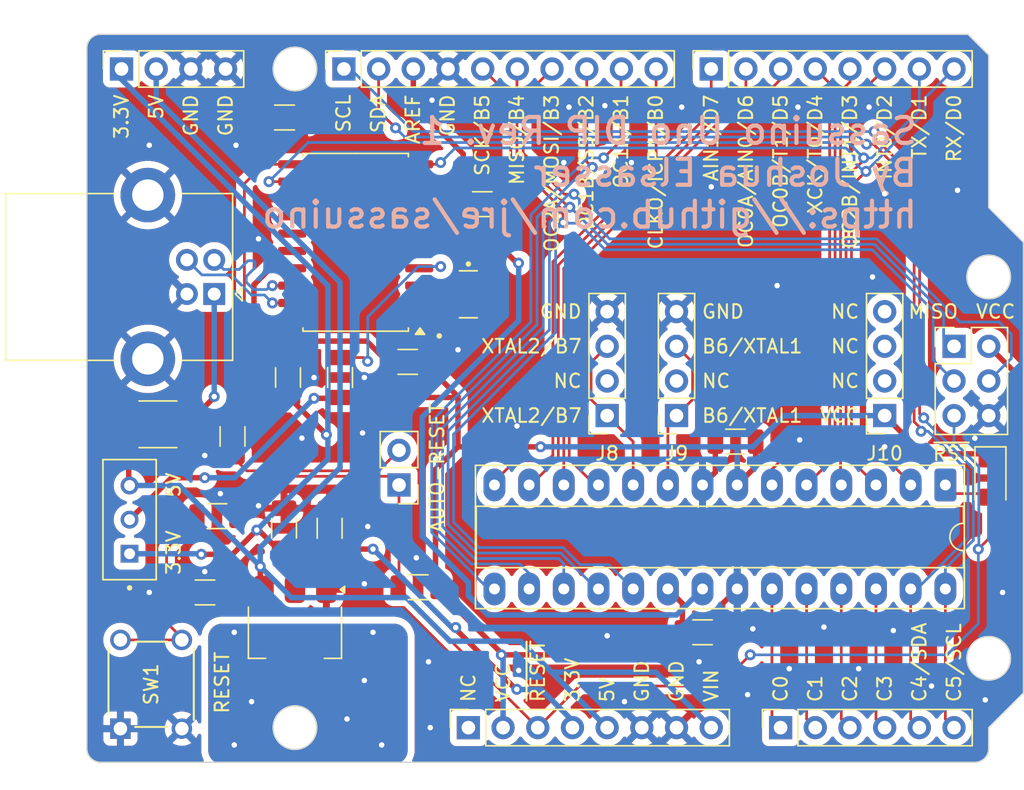
<source format=kicad_pcb>
(kicad_pcb (version 20241229) (generator "pcbnew") (generator_version "9.0")
  (title_block (title "Sassuino Uno DIP") (date "2025-05-13") (rev "1") (company "Joshua Elsasser") (comment 1 "https://github.com/jre/sassuino"))
  (layers (0 "F.Cu" signal) (2 "B.Cu" signal) (13 "F.Paste" user) (15 "B.Paste" user) (5 "F.SilkS" user "F.Silkscreen") (7 "B.SilkS" user "B.Silkscreen") (1 "F.Mask" user) (3 "B.Mask" user) (25 "Edge.Cuts" user))
  (net 0 "")
  (net 1 "+5V")
  (net 2 "GND")
  (net 3 "+3.3V")
  (net 4 "/D-")
  (net 5 "/PB4{slash}MISO")
  (net 6 "/PB5{slash}SCK")
  (net 7 "/PB3{slash}MOSI")
  (net 8 "/~{RESET}")
  (net 9 "Net-(JP2-B)")
  (net 10 "/PC0")
  (net 11 "/PC1")
  (net 12 "/PC2")
  (net 13 "/PC3")
  (net 14 "/PC4{slash}SDA")
  (net 15 "/PC5{slash}SCL")
  (net 16 "/AREF")
  (net 17 "/PB2")
  (net 18 "/PB1")
  (net 19 "/PB0")
  (net 20 "/PD7")
  (net 21 "/PD6")
  (net 22 "/PD5")
  (net 23 "/PD4")
  (net 24 "/PD3")
  (net 25 "/PD2")
  (net 26 "/PD1{slash}TXD")
  (net 27 "/PD0{slash}RXD")
  (net 28 "VCC")
  (net 35 "/D+")
  (net 36 "/PB7{slash}OSC2")
  (net 37 "/PB6{slash}OSC1")
  (net 42 "/~{RTS}")
  (net 43 "/~{RST}")
  (net 48 "/XTL1")
  (net 49 "/XTL2")
  (net 50 "/RESET_SW")
  (net 51 "/VBUS")
  (footprint "0SassuinoFP:PinSocket_1x04_P2.54mm_Vertical_LowProfile" (layer "F.Cu") (at 88.9 129.54 180)
    (property "Reference" "J8")
    (property "Value" "XTAL2_HDR")
  )
  (footprint "Diode_SMD:D_1206_3216Metric" (layer "F.Cu") (at 116.967 134.112 -90)
    (property "Reference" "D2" (hide yes))
    (property "Value" "TS4148 RAG")
  )
  (footprint "Connector_PinSocket_2.54mm:PinSocket_1x08_P2.54mm_Vertical" (layer "F.Cu") (at 78.74 152.4 90)
    (property "Reference" "J4" (hide yes))
    (property "Value" "POWER_HDR")
  )
  (footprint "Package_DIP:DIP-28_W7.62mm_Socket_LongPads" (layer "F.Cu") (at 113.665 134.62 -90)
    (property "Reference" "U1" (hide yes))
    (property "Value" "ATmega328-P")
  )
  (footprint "Connector_PinSocket_2.54mm:PinSocket_1x06_P2.54mm_Vertical" (layer "F.Cu") (at 101.6 152.4 90)
    (property "Reference" "J5" (hide yes))
    (property "Value" "PORTC_HDR")
  )
  (footprint "Capacitor_SMD:C_1206_3216Metric" (layer "F.Cu") (at 65.24 137.795 90)
    (property "Reference" "C6" (hide yes))
    (property "Value" "10uF")
  )
  (footprint "Resistor_SMD:R_1206_3216Metric" (layer "F.Cu") (at 69.342 126.746 90)
    (property "Reference" "R3" (hide yes))
    (property "Value" "10K")
  )
  (footprint "Capacitor_SMD:C_1206_3216Metric" (layer "F.Cu") (at 98.298 131.445)
    (property "Reference" "C7" (hide yes))
    (property "Value" "0.1uF")
  )
  (footprint "Resistor_SMD:R_1206_3216Metric" (layer "F.Cu") (at 60.325 136.906 180)
    (property "Reference" "R5" (hide yes))
    (property "Value" "330R")
  )
  (footprint "Connector_PinSocket_2.54mm:PinSocket_1x08_P2.54mm_Vertical" (layer "F.Cu") (at 96.52 104.14 90)
    (property "Reference" "J7" (hide yes))
    (property "Value" "PORTD_HDR")
  )
  (footprint "Connector_PinHeader_2.54mm:PinHeader_2x03_P2.54mm_Vertical" (layer "F.Cu") (at 114.3 124.46)
    (property "Reference" "J3" (hide yes))
    (property "Value" "ICSP_HDR")
  )
  (footprint "Connector_PinSocket_2.54mm:PinSocket_1x10_P2.54mm_Vertical" (layer "F.Cu") (at 69.626 104.14 90)
    (property "Reference" "J6" (hide yes))
    (property "Value" "PORTB_HDR")
  )
  (footprint "0SassuinoFP:SW4_1825910-B_TEC" (layer "F.Cu") (at 57.7596 145.975 90)
    (property "Reference" "SW1")
    (property "Value" "RESET_SW")
  )
  (footprint "Capacitor_SMD:C_1206_3216Metric" (layer "F.Cu") (at 59.455 142.494 180)
    (property "Reference" "C5" (hide yes))
    (property "Value" "0.1uF")
  )
  (footprint "0SassuinoFP:PinSocket_1x04_P2.54mm_Vertical_LowProfile" (layer "F.Cu") (at 93.98 129.54 180)
    (property "Reference" "J9")
    (property "Value" "XTAL1_HDR")
  )
  (footprint "0SassuinoFP:PinSocket_1x04_P2.54mm_Vertical_LowProfile" (layer "F.Cu") (at 109.22 129.54 180)
    (property "Reference" "J10")
    (property "Value" "OSCPWR_HDR")
  )
  (footprint "Resistor_SMD:R_1206_3216Metric" (layer "F.Cu") (at 75.057 142.113 180)
    (property "Reference" "R1" (hide yes))
    (property "Value" "10K")
  )
  (footprint "Connector_USB:USB_B_Lumberg_2411_02_Horizontal" (layer "F.Cu") (at 60.1275 120.63 180)
    (property "Reference" "J1" (hide yes))
    (property "Value" "USB_B")
  )
  (footprint "Capacitor_SMD:C_1206_3216Metric" (layer "F.Cu") (at 61.468 131.064 90)
    (property "Reference" "C4" (hide yes))
    (property "Value" "0.1uF")
  )
  (footprint "Fuse:Fuse_1812_4532Metric" (layer "F.Cu") (at 56.007 130.175)
    (property "Reference" "F1" (hide yes))
    (property "Value" "PTS181216V050")
  )
  (footprint "0SassuinoFP:SW_SLW-883935-2A-D" (layer "F.Cu") (at 53.93 137.16 90)
    (property "Reference" "SW2" (hide yes))
    (property "Value" "5V_33V_SW")
  )
  (footprint "Capacitor_SMD:C_1206_3216Metric" (layer "F.Cu") (at 95.885 145.415)
    (property "Reference" "C8" (hide yes))
    (property "Value" "0.1uF")
  )
  (footprint "Capacitor_SMD:C_1206_3216Metric" (layer "F.Cu") (at 65.532 126.746 90)
    (property "Reference" "C3" (hide yes))
    (property "Value" "1uF")
  )
  (footprint "Connector_PinSocket_2.54mm:PinSocket_1x04_P2.54mm_Vertical" (layer "F.Cu") (at 53.34 104.14 90)
    (property "Reference" "J2" (hide yes))
    (property "Value" "POWER2_HDR")
  )
  (footprint "Resistor_SMD:R_1206_3216Metric" (layer "F.Cu") (at 65.278 107.696)
    (property "Reference" "R4" (hide yes))
    (property "Value" "1K")
  )
  (footprint "Resistor_SMD:R_1206_3216Metric" (layer "F.Cu") (at 68.58 137.795 90)
    (property "Reference" "R2" (hide yes))
    (property "Value" "120R")
  )
  (footprint "Package_SO:SOIC-20W_7.5x12.8mm_P1.27mm" (layer "F.Cu") (at 70.485 116.84 180)
    (property "Reference" "U2" (hide yes))
    (property "Value" "MCP2200")
  )
  (footprint "Capacitor_SMD:C_1206_3216Metric" (layer "F.Cu") (at 79.756 114.046)
    (property "Reference" "C1" (hide yes))
    (property "Value" "0.1uF")
  )
  (footprint "Connector_PinHeader_2.54mm:PinHeader_1x02_P2.54mm_Vertical" (layer "F.Cu") (at 73.66 134.62 180)
    (property "Reference" "JP2" (hide yes))
    (property "Value" "AUTO_RST_JP")
  )
  (footprint "Package_TO_SOT_SMD:SOT-223-3_TabPin2" (layer "F.Cu") (at 66.04 145.415 -90)
    (property "Reference" "U3" (hide yes))
    (property "Value" "LD1117S33TR_SOT223")
  )
  (footprint "Capacitor_SMD:C_1206_3216Metric" (layer "F.Cu") (at 74.295 125.603 180)
    (property "Reference" "C9" (hide yes))
    (property "Value" "1uF")
  )
  (footprint "0SassuinoFP:OSC_CSTNE12M0GH5L000R0" (layer "F.Cu") (at 78.74 120.65 -90)
    (property "Reference" "Y1" (hide yes))
    (property "Value" "CSTNE12M0GH5L000R0")
  )
  (gr_circle (center 76.6064 123.698) (end 76.7334 123.698) (stroke (width 0.15)) (fill yes) (layer "F.SilkS"))
  (gr_line (start 116.84 114.3) (end 116.84 103.124) (stroke (width 0.1)) (layer "Edge.Cuts"))
  (gr_line (start 119.38 116.84) (end 119.38 149.86) (stroke (width 0.1)) (layer "Edge.Cuts"))
  (gr_circle (center 66.04 152.4) (end 67.64 152.4) (stroke (width 0.1)) (fill no) (layer "Edge.Cuts"))
  (gr_arc (start 50.8 102.616) (mid 51.09758 101.89758) (end 51.816 101.6) (stroke (width 0.1)) (layer "Edge.Cuts"))
  (gr_circle (center 116.84 147.32) (end 118.44 147.32) (stroke (width 0.1)) (fill no) (layer "Edge.Cuts"))
  (gr_line (start 116.84 103.124) (end 115.316 101.6) (stroke (width 0.1)) (layer "Edge.Cuts"))
  (gr_arc (start 51.816 154.94) (mid 51.09758 154.64242) (end 50.8 153.924) (stroke (width 0.1)) (layer "Edge.Cuts"))
  (gr_circle (center 66.04 104.14) (end 67.64 104.14) (stroke (width 0.1)) (fill no) (layer "Edge.Cuts"))
  (gr_line (start 119.38 149.86) (end 116.84 152.4) (stroke (width 0.1)) (layer "Edge.Cuts"))
  (gr_circle (center 116.84 119.38) (end 118.44 119.38) (stroke (width 0.1)) (fill no) (layer "Edge.Cuts"))
  (gr_line (start 119.38 116.84) (end 116.84 114.3) (stroke (width 0.1)) (layer "Edge.Cuts"))
  (gr_line (start 51.816 154.94) (end 115.824 154.94) (stroke (width 0.1)) (layer "Edge.Cuts"))
  (gr_arc (start 116.84 153.924) (mid 116.54242 154.64242) (end 115.824 154.94) (stroke (width 0.1)) (layer "Edge.Cuts"))
  (gr_line (start 50.8 102.616) (end 50.8 153.924) (stroke (width 0.1)) (layer "Edge.Cuts"))
  (gr_line (start 116.84 153.924) (end 116.84 152.4) (stroke (width 0.1)) (layer "Edge.Cuts"))
  (gr_line (start 115.316 101.6) (end 51.816 101.6) (stroke (width 0.1)) (layer "Edge.Cuts"))
  (gr_text "XTAL2/B7" (at 87.122 124.46 0) (layer "F.SilkS") (effects (font (size 1 1)) (justify right)))
  (gr_text "5V" (at 88.9 150.622 90) (layer "F.SilkS") (effects (font (size 1 1)) (justify left)))
  (gr_text "OC0A/AIN0/D6" (at 99.06 105.918 90) (layer "F.SilkS") (effects (font (size 1 1)) (justify right)))
  (gr_text "AUTO-RESET" (at 76.454 133.35 90) (layer "F.SilkS") (effects (font (size 1 1))))
  (gr_text "CLKO/ICP1/B0" (at 92.456 105.918 90) (layer "F.SilkS") (effects (font (size 1 1)) (justify right)))
  (gr_text "INT0/D2" (at 109.22 105.918 90) (layer "F.SilkS") (effects (font (size 1 1)) (justify right)))
  (gr_text "SDA" (at 72.136 105.918 90) (layer "F.SilkS") (effects (font (size 1 1)) (justify right)))
  (gr_text "MISO" (at 112.776 121.92 0) (layer "F.SilkS") (effects (font (size 1 1))))
  (gr_text "RESET" (at 60.706 149.098 90) (layer "F.SilkS") (effects (font (size 1 1))))
  (gr_text "NC" (at 78.74 150.622 90) (layer "F.SilkS") (effects (font (size 1 1)) (justify left)))
  (gr_text "RX/D0" (at 114.3 105.918 90) (layer "F.SilkS") (effects (font (size 1 1)) (justify right)))
  (gr_text "VCC" (at 81.28 150.622 90) (layer "F.SilkS") (effects (font (size 1 1)) (justify left)))
  (gr_text "C5/SCL" (at 114.3 150.622 90) (layer "F.SilkS") (effects (font (size 1 1)) (justify left)))
  (gr_text "OC2B/INT1/D3" (at 106.68 105.918 90) (layer "F.SilkS") (effects (font (size 1 1)) (justify right)))
  (gr_text "C4/SDA" (at 111.76 150.622 90) (layer "F.SilkS") (effects (font (size 1 1)) (justify left)))
  (gr_text "GND" (at 87.122 121.92 0) (layer "F.SilkS") (effects (font (size 1 1)) (justify right)))
  (gr_text "XCK/T0/D4" (at 104.14 105.918 90) (layer "F.SilkS") (effects (font (size 1 1)) (justify right)))
  (gr_text "5V" (at 57.15 134.62 90) (layer "F.SilkS") (effects (font (size 1 1))))
  (gr_text "NC" (at 107.442 127 0) (layer "F.SilkS") (effects (font (size 1 1)) (justify right)))
  (gr_text "C1" (at 104.14 150.622 90) (layer "F.SilkS") (effects (font (size 1 1)) (justify left)))
  (gr_text "NC" (at 87.122 127 0) (layer "F.SilkS") (effects (font (size 1 1)) (justify right)))
  (gr_text "GND" (at 60.96 105.918 90) (layer "F.SilkS") (effects (font (size 1 1)) (justify right)))
  (gr_text "VCC" (at 117.348 121.92 0) (layer "F.SilkS") (effects (font (size 1 1))))
  (gr_text "~{RST}" (at 115.57 132.334 0) (layer "F.SilkS") (effects (font (size 1 1)) (justify right)))
  (gr_text "NC" (at 107.442 121.92 0) (layer "F.SilkS") (effects (font (size 1 1)) (justify right)))
  (gr_text "C0" (at 101.6 150.622 90) (layer "F.SilkS") (effects (font (size 1 1)) (justify left)))
  (gr_text "OC1B/SS/B2" (at 87.376 105.918 90) (layer "F.SilkS") (effects (font (size 1 1)) (justify right)))
  (gr_text "NC" (at 95.758 127 0) (layer "F.SilkS") (effects (font (size 1 1)) (justify left)))
  (gr_text "~{RESET}" (at 83.82 150.622 90) (layer "F.SilkS") (effects (font (size 1 1)) (justify left)))
  (gr_text "3.3V" (at 53.34 105.918 90) (layer "F.SilkS") (effects (font (size 1 1)) (justify right)))
  (gr_text "OC1A/B1" (at 89.916 105.918 90) (layer "F.SilkS") (effects (font (size 1 1)) (justify right)))
  (gr_text "GND" (at 93.98 150.622 90) (layer "F.SilkS") (effects (font (size 1 1)) (justify left)))
  (gr_text "OC2A/MOSI/B3" (at 84.836 105.918 90) (layer "F.SilkS") (effects (font (size 1 1)) (justify right)))
  (gr_text "GND" (at 91.44 150.622 90) (layer "F.SilkS") (effects (font (size 1 1)) (justify left)))
  (gr_text "GND" (at 58.42 105.918 90) (layer "F.SilkS") (effects (font (size 1 1)) (justify right)))
  (gr_text "C2" (at 106.68 150.622 90) (layer "F.SilkS") (effects (font (size 1 1)) (justify left)))
  (gr_text "5V" (at 55.88 105.918 90) (layer "F.SilkS") (effects (font (size 1 1)) (justify right)))
  (gr_text "GND" (at 77.216 105.918 90) (layer "F.SilkS") (effects (font (size 1 1)) (justify right)))
  (gr_text "VCC" (at 107.442 129.54 0) (layer "F.SilkS") (effects (font (size 1 1)) (justify right)))
  (gr_text "AREF" (at 74.676 105.918 90) (layer "F.SilkS") (effects (font (size 1 1)) (justify right)))
  (gr_text "VIN" (at 96.52 150.622 90) (layer "F.SilkS") (effects (font (size 1 1)) (justify left)))
  (gr_text "SCK/B5" (at 79.756 105.918 90) (layer "F.SilkS") (effects (font (size 1 1)) (justify right)))
  (gr_text "XTAL2/B7" (at 87.122 129.54 0) (layer "F.SilkS") (effects (font (size 1 1)) (justify right)))
  (gr_text "C3" (at 109.22 150.622 90) (layer "F.SilkS") (effects (font (size 1 1)) (justify left)))
  (gr_text "GND" (at 95.758 121.92 0) (layer "F.SilkS") (effects (font (size 1 1)) (justify left)))
  (gr_text "TX/D1" (at 111.76 105.918 90) (layer "F.SilkS") (effects (font (size 1 1)) (justify right)))
  (gr_text "OC0B/T1/D5" (at 101.6 105.918 90) (layer "F.SilkS") (effects (font (size 1 1)) (justify right)))
  (gr_text "MISO/B4" (at 82.296 105.918 90) (layer "F.SilkS") (effects (font (size 1 1)) (justify right)))
  (gr_text "3.3V" (at 57.15 139.573 90) (layer "F.SilkS") (effects (font (size 1 1))))
  (gr_text "NC" (at 107.442 124.46 0) (layer "F.SilkS") (effects (font (size 1 1)) (justify right)))
  (gr_text "B6/XTAL1" (at 95.758 129.54 0) (layer "F.SilkS") (effects (font (size 1 1)) (justify left)))
  (gr_text "B6/XTAL1" (at 95.758 124.46 0) (layer "F.SilkS") (effects (font (size 1 1)) (justify left)))
  (gr_text "AIN1/D7" (at 96.52 105.918 90) (layer "F.SilkS") (effects (font (size 1 1)) (justify right)))
  (gr_text "SCL" (at 69.596 105.918 90) (layer "F.SilkS") (effects (font (size 1 1)) (justify right)))
  (gr_text "3.3V" (at 86.36 150.622 90) (layer "F.SilkS") (effects (font (size 1 1)) (justify left)))
  (gr_text "Sassuino Uno DIP Rev. 1\nBy Joshua Elsasser\nhttps://github.com/jre/sassuino" (at 111.76 111.76 0) (layer "B.SilkS") (effects (font (size 1.905 1.905) (thickness 0.3048)) (justify left mirror)))
  (segment (start 61.189748 141.986) (end 63.461 141.986) (width 0.4) (layer "F.Cu") (net 1))
  (segment (start 63.5 140.589) (end 63.5 142.025) (width 0.4) (layer "F.Cu") (net 1))
  (segment (start 53.8695 130.175) (end 53.8695 134.5995) (width 0.4) (layer "F.Cu") (net 1))
  (via (at 63.5 140.589) (size 0.8) (drill 0.4) (layers "F.Cu" "B.Cu") (net 1))
  (segment (start 63.5 139.192) (end 69.342 133.35) (width 0.4) (layer "B.Cu") (net 1))
  (segment (start 65.786 142.875) (end 74.19975 142.875) (width 0.4) (layer "B.Cu") (net 1))
  (segment (start 92.456 148.336) (end 84.836 148.336) (width 0.4) (layer "B.Cu") (net 1))
  (segment (start 55.88 106.31063) (end 55.88 104.14) (width 0.4) (layer "B.Cu") (net 1))
  (segment (start 63.5 140.589) (end 65.786 142.875) (width 0.4) (layer "B.Cu") (net 1))
  (segment (start 57.571 134.66) (end 53.93 134.66) (width 0.4) (layer "B.Cu") (net 1))
  (segment (start 96.52 152.4) (end 92.456 148.336) (width 0.4) (layer "B.Cu") (net 1))
  (segment (start 82.566 146.066) (end 84.7725 148.2725) (width 0.4) (layer "B.Cu") (net 1))
  (segment (start 84.7725 148.2725) (end 88.9 152.4) (width 0.4) (layer "B.Cu") (net 1))
  (segment (start 69.342 133.35) (end 69.342 119.77263) (width 0.4) (layer "B.Cu") (net 1))
  (segment (start 84.836 148.336) (end 84.7725 148.2725) (width 0.4) (layer "B.Cu") (net 1))
  (segment (start 74.19975 142.875) (end 77.39075 146.066) (width 0.4) (layer "B.Cu") (net 1))
  (segment (start 63.5 140.589) (end 57.571 134.66) (width 0.4) (layer "B.Cu") (net 1))
  (segment (start 69.342 119.77263) (end 55.88 106.31063) (width 0.4) (layer "B.Cu") (net 1))
  (segment (start 77.39075 146.066) (end 82.566 146.066) (width 0.4) (layer "B.Cu") (net 1))
  (segment (start 63.5 140.589) (end 63.5 139.192) (width 0.4) (layer "B.Cu") (net 1))
  (segment (start 97.36 143.305) (end 98.425 142.24) (width 0.4) (layer "F.Cu") (net 2))
  (segment (start 65.532 125.271) (end 65.532 122.858) (width 0.4) (layer "F.Cu") (net 2))
  (segment (start 96.823 133.682) (end 95.885 134.62) (width 0.4) (layer "F.Cu") (net 2))
  (segment (start 96.823 131.445) (end 96.823 133.682) (width 0.4) (layer "F.Cu") (net 2))
  (segment (start 71.296 124.079) (end 65.532 124.079) (width 0.4) (layer "F.Cu") (net 2))
  (segment (start 65.532 122.858) (end 65.835 122.555) (width 0.4) (layer "F.Cu") (net 2))
  (segment (start 97.36 145.415) (end 97.36 143.305) (width 0.4) (layer "F.Cu") (net 2))
  (segment (start 72.82 125.603) (end 71.296 124.079) (width 0.4) (layer "F.Cu") (net 2))
  (via (at 96.52 112.776) (size 0.8) (drill 0.4) (layers "F.Cu" "B.Cu") (net 2))
  (via (at 85.725 110.998) (size 0.8) (drill 0.4) (layers "F.Cu" "B.Cu") (net 2))
  (via (at 66.548 131.191) (size 0.8) (drill 0.4) (layers "F.Cu" "B.Cu") (net 2))
  (via (at 71.374 137.668) (size 0.8) (drill 0.4) (layers "F.Cu" "B.Cu") (net 2))
  (via (at 90.17 150.495) (size 0.8) (drill 0.4) (layers "F.Cu" "B.Cu") (net 2))
  (via (at 67.437 126.746) (size 0.8) (drill 0.4) (layers "F.Cu" "B.Cu") (net 2))
  (via (at 88.733923 106.827934) (size 0.8) (drill 0.4) (layers "F.Cu" "B.Cu") (net 2))
  (via (at 82.423 148.209) (size 0.8) (drill 0.4) (layers "F.Cu" "B.Cu") (net 2))
  (via (at 117.856 142.494) (size 0.8) (drill 0.4) (layers "F.Cu" "B.Cu") (net 2))
  (via (at 102.997 131.318) (size 0.8) (drill 0.4) (layers "F.Cu" "B.Cu") (net 2))
  (via (at 95.631 147.574) (size 0.8) (drill 0.4) (layers "F.Cu" "B.Cu") (net 2))
  (via (at 55.372 142.494) (size 0.8) (drill 0.4) (layers "F.Cu" "B.Cu") (net 2))
  (via (at 109.855 145.288) (size 0.8) (drill 0.4) (layers "F.Cu" "B.Cu") (net 2))
  (via (at 71.12 141.859) (size 0.8) (drill 0.4) (layers "F.Cu" "B.Cu") (net 2))
  (via (at 86.106 106.934) (size 0.8) (drill 0.4) (layers "F.Cu" "B.Cu") (net 2))
  (via (at 109.22 131.826) (size 0.8) (drill 0.4) (layers "F.Cu" "B.Cu") (net 2))
  (via (at 59.436 140.97) (size 0.8) (drill 0.4) (layers "F.Cu" "B.Cu") (net 2))
  (via (at 104.775 145.034) (size 0.8) (drill 0.4) (layers "F.Cu" "B.Cu") (net 2))
  (via (at 76.073 106.426) (size 0.8) (drill 0.4) (layers "F.Cu" "B.Cu") (net 2))
  (via (at 61.722 109.728) (size 0.8) (drill 0.4) (layers "F.Cu" "B.Cu") (net 2))
  (via (at 59.436 132.461) (size 0.8) (drill 0.4) (layers "F.Cu" "B.Cu") (net 2))
  (via (at 99.568 145.161) (size 0.8) (drill 0.4) (layers "F.Cu" "B.Cu") (net 2))
  (via (at 112.649 149.352) (size 0.8) (drill 0.4) (layers "F.Cu" "B.Cu") (net 2))
  (via (at 63.373 116.586) (size 0.8) (drill 0.4) (layers "F.Cu" "B.Cu") (net 2))
  (via (at 116.586 150.368) (size 0.8) (drill 0.4) (layers "F.Cu" "B.Cu") (net 2))
  (via (at 114.554 113.03) (size 0.8) (drill 0.4) (layers "F.Cu" "B.Cu") (net 2))
  (via (at 102.235 148.082) (size 0.8) (drill 0.4) (layers "F.Cu" "B.Cu") (net 2))
  (via (at 74.93 139.954) (size 0.8) (drill 0.4) (layers "F.Cu" "B.Cu") (net 2))
  (via (at 82.296 130.302) (size 0.8) (drill 0.4) (layers "F.Cu" "B.Cu") (net 2))
  (via (at 108.331 119.38) (size 0.8) (drill 0.4) (layers "F.Cu" "B.Cu") (net 2))
  (via (at 70.993 130.81) (size 0.8) (drill 0.4) (layers "F.Cu" "B.Cu") (net 2))
  (via (at 90.678 110.998) (size 0.8) (drill 0.4) (layers "F.Cu" "B.Cu") (net 2))
  (via (at 71.12 126.746) (size 0.8) (drill 0.4) (layers "F.Cu" "B.Cu") (net 2))
  (via (at 108.077 106.934) (size 0.8) (drill 0.4) (layers "F.Cu" "B.Cu") (net 2))
  (via (at 101.346 120.015) (size 0.8) (drill 0.4) (layers "F.Cu" "B.Cu") (net 2))
  (via (at 94.361 106.934) (size 0.8) (drill 0.4) (layers "F.Cu" "B.Cu") (net 2))
  (via (at 75.819 147.574) (size 0.8) (drill 0.4) (layers "F.Cu" "B.Cu") (net 2))
  (via (at 55.372 109.728) (size 0.8) (drill 0.4) (layers "F.Cu" "B.Cu") (net 2))
  (via (at 115.824 131.191) (size 0.8) (drill 0.4) (layers "F.Cu" "B.Cu") (net 2))
  (via (at 75.946 152.4) (size 0.8) (drill 0.4) (layers "F.Cu" "B.Cu") (net 2))
  (via (at 63.373 136.144) (size 0.8) (drill 0.4) (layers "F.Cu" "B.Cu") (net 2))
  (via (at 109.22 113.284) (size 0.8) (drill 0.4) (layers "F.Cu" "B.Cu") (net 2))
  (via (at 99.187 149.987) (size 0.8) (drill 0.4) (layers "F.Cu" "B.Cu") (net 2))
  (via (at 102.87 106.934) (size 0.8) (drill 0.4) (layers "F.Cu" "B.Cu") (net 2))
  (via (at 88.9 145.669) (size 0.8) (drill 0.4) (layers "F.Cu" "B.Cu") (net 2))
  (via (at 107.315 148.082) (size 0.8) (drill 0.4) (layers "F.Cu" "B.Cu") (net 2))
  (via (at 60.579 135.255) (size 0.8) (drill 0.4) (layers "F.Cu" "B.Cu") (net 2))
  (via (at 77.978 124.714) (size 0.8) (drill 0.4) (layers "F.Cu" "B.Cu") (net 2))
  (segment (start 82.284698 149.591905) (end 82.28 149.596603) (width 0.4) (layer "F.Cu") (net 3))
  (segment (start 64.848 128.221) (end 65.532 128.221) (width 0.4) (layer "F.Cu") (net 3))
  (segment (start 65.24 139.27) (end 68.5675 139.27) (width 0.4) (layer "F.Cu") (net 3))
  (segment (start 71.755 139.319) (end 68.6415 139.319) (width 0.4) (layer "F.Cu") (net 3))
  (segment (start 64.243372 118.745) (end 63.039 119.949372) (width 0.4) (layer "F.Cu") (net 3))
  (segment (start 77.811982 145.185482) (end 77.811982 145.066) (width 0.4) (layer "F.Cu") (net 3))
  (segment (start 61.468 139.7) (end 59.182 139.7) (width 0.4) (layer "F.Cu") (net 3))
  (segment (start 63.246 137.922) (end 61.468 139.7) (width 0.4) (layer "F.Cu") (net 3))
  (segment (start 82.28 149.596603) (end 82.223103 149.596603) (width 0.4) (layer "F.Cu") (net 3))
  (segment (start 65.626 128.221) (end 65.532 128.221) (width 0.4) (layer "F.Cu") (net 3))
  (segment (start 63.039 119.949372) (end 63.039 126.412) (width 0.4) (layer "F.Cu") (net 3))
  (segment (start 82.223103 149.596603) (end 77.811982 145.185482) (width 0.4) (layer "F.Cu") (net 3))
  (segment (start 63.373 137.922) (end 64.721 139.27) (width 0.4) (layer "F.Cu") (net 3))
  (segment (start 65.786 139.816) (end 65.786 142.011) (width 0.4) (layer "F.Cu") (net 3))
  (segment (start 65.24 139.27) (end 65.786 139.816) (width 0.4) (layer "F.Cu") (net 3))
  (segment (start 63.039 126.412) (end 64.848 128.221) (width 0.4) (layer "F.Cu") (net 3))
  (segment (start 68.342 130.937) (end 65.626 128.221) (width 0.4) (layer "F.Cu") (net 3))
  (segment (start 63.246 137.922) (end 63.373 137.922) (width 0.4) (layer "F.Cu") (net 3))
  (segment (start 65.835 118.745) (end 64.243372 118.745) (width 0.4) (layer "F.Cu") (net 3))
  (via (at 77.811982 145.066) (size 0.8) (drill 0.4) (layers "F.Cu" "B.Cu") (net 3))
  (via (at 61.595 145.415) (size 0.8) (drill 0.4) (layers "F.Cu" "B.Cu") (net 3))
  (via (at 71.755 139.319) (size 0.8) (drill 0.4) (layers "F.Cu" "B.Cu") (net 3))
  (via (at 82.284698 149.591905) (size 0.8) (drill 0.4) (layers "F.Cu" "B.Cu") (net 3))
  (via (at 62.865 150.495) (size 0.8) (drill 0.4) (layers "F.Cu" "B.Cu") (net 3))
  (via (at 61.595 153.67) (size 0.8) (drill 0.4) (layers "F.Cu" "B.Cu") (net 3))
  (via (at 68.342 130.937) (size 0.8) (drill 0.4) (layers "F.Cu" "B.Cu") (net 3))
  (via (at 71.12 148.9456) (size 0.8) (drill 0.4) (layers "F.Cu" "B.Cu") (net 3))
  (via (at 63.246 137.922) (size 0.8) (drill 0.4) (layers "F.Cu" "B.Cu") (net 3))
  (via (at 69.85 151.765) (size 0.8) (drill 0.4) (layers "F.Cu" "B.Cu") (net 3))
  (via (at 71.755 145.415) (size 0.8) (drill 0.4) (layers "F.Cu" "B.Cu") (net 3))
  (via (at 72.39 153.67) (size 0.8) (drill 0.4) (layers "F.Cu" "B.Cu") (net 3))
  (via (at 59.182 139.7) (size 0.8) (drill 0.4) (layers "F.Cu" "B.Cu") (net 3))
  (segment (start 68.453 120.016415) (end 55.079 106.642415) (width 0.4) (layer "B.Cu") (net 3))
  (segment (start 84.074 149.606) (end 86.36 151.892) (width 0.4) (layer "B.Cu") (net 3))
  (segment (start 53.93 139.66) (end 59.142 139.66) (width 0.4) (layer "B.Cu") (net 3))
  (segment (start 68.453 130.937) (end 68.453 120.016415) (width 0.4) (layer "B.Cu") (net 3))
  (segment (start 68.342 130.937) (end 68.453 130.937) (width 0.4) (layer "B.Cu") (net 3))
  (segment (start 71.776536 139.319) (end 77.523536 145.066) (width 0.4) (layer "B.Cu") (net 3))
  (segment (start 68.453 132.715) (end 68.453 130.937) (width 0.4) (layer "B.Cu") (net 3))
  (segment (start 77.523536 145.066) (end 77.811982 145.066) (width 0.4) (layer "B.Cu") (net 3))
  (segment (start 63.246 137.922) (end 68.453 132.715) (width 0.4) (layer "B.Cu") (net 3))
  (segment (start 82.298794 149.606) (end 84.074 149.606) (width 0.4) (layer "B.Cu") (net 3))
  (segment (start 71.755 139.319) (end 71.776536 139.319) (width 0.4) (layer "B.Cu") (net 3))
  (segment (start 55.079 106.642415) (end 55.079 106.641) (width 0.4) (layer "B.Cu") (net 3))
  (segment (start 59.142 139.66) (end 59.182 139.7) (width 0.4) (layer "B.Cu") (net 3))
  (segment (start 82.284698 149.591905) (end 82.298794 149.606) (width 0.4) (layer "B.Cu") (net 3))
  (segment (start 53.34 104.902) (end 53.34 104.14) (width 0.4) (layer "B.Cu") (net 3))
  (segment (start 55.079 106.641) (end 53.34 104.902) (width 0.4) (layer "B.Cu") (net 3))
  (segment (start 65.835 120.015) (end 64.389 120.015) (width 0.2) (layer "F.Cu") (net 4))
  (via (at 64.389 120.015) (size 0.8) (drill 0.4) (layers "F.Cu" "B.Cu") (net 4))
  (segment (start 61.95675 118.8266) (end 62.596375 118.186976) (width 0.2) (layer "B.Cu") (net 4))
  (segment (start 60.8241 118.8266) (end 61.95675 118.8266) (width 0.2) (layer "B.Cu") (net 4))
  (segment (start 64.2557 120.015) (end 64.389 120.015) (width 0.2) (layer "B.Cu") (net 4))
  (segment (start 62.596375 118.186976) (end 63.009325 118.186975) (width 0.2) (layer "B.Cu") (net 4))
  (segment (start 63.9709 120.2998) (end 64.2557 120.015) (width 0.2) (layer "B.Cu") (net 4))
  (segment (start 63.112562 118.703162) (end 62.472938 119.342787) (width 0.2) (layer "B.Cu") (net 4))
  (segment (start 63.112562 118.290212) (end 63.112562 118.703162) (width 0.2) (layer "B.Cu") (net 4))
  (segment (start 62.472937 119.755737) (end 63.017 120.2998) (width 0.2) (layer "B.Cu") (net 4))
  (segment (start 62.472938 119.342787) (end 62.472937 119.755737) (width 0.2) (layer "B.Cu") (net 4))
  (segment (start 63.017 120.2998) (end 63.9709 120.2998) (width 0.2) (layer "B.Cu") (net 4))
  (segment (start 63.009325 118.186975) (end 63.112562 118.290212) (width 0.2) (layer "B.Cu") (net 4))
  (segment (start 60.1275 118.13) (end 60.8241 118.8266) (width 0.2) (layer "B.Cu") (net 4))
  (segment (start 82.296 110.49) (end 82.296 104.17) (width 0.2) (layer "F.Cu") (net 5))
  (segment (start 86.165742 114.26579) (end 86.07179 114.26579) (width 0.2) (layer "F.Cu") (net 5))
  (segment (start 86.07179 114.26579) (end 82.296 110.49) (width 0.2) (layer "F.Cu") (net 5))
  (via (at 86.165742 114.26579) (size 0.8) (drill 0.4) (layers "F.Cu" "B.Cu") (net 5))
  (segment (start 85.506 139.608) (end 88.138 142.24) (width 0.2) (layer "B.Cu") (net 5))
  (segment (start 77.254 130.666156) (end 77.254 137.514262) (width 0.2) (layer "B.Cu") (net 5))
  (segment (start 86.165742 114.26579) (end 85.780366 114.26579) (width 0.2) (layer "B.Cu") (net 5))
  (segment (start 88.919 116.986) (end 108.477 116.986) (width 0.2) (layer "B.Cu") (net 5))
  (segment (start 84.674 123.246156) (end 77.254 130.666156) (width 0.2) (layer "B.Cu") (net 5))
  (segment (start 113.538 123.698) (end 114.3 124.46) (width 0.2) (layer "B.Cu") (net 5))
  (segment (start 86.19879 114.26579) (end 88.919 116.986) (width 0.2) (layer "B.Cu") (net 5))
  (segment (start 108.477 116.986) (end 113.538 122.047) (width 0.2) (layer "B.Cu") (net 5))
  (segment (start 113.538 122.047) (end 113.538 123.698) (width 0.2) (layer "B.Cu") (net 5))
  (segment (start 86.165742 114.26579) (end 86.19879 114.26579) (width 0.2) (layer "B.Cu") (net 5))
  (segment (start 84.674 115.372156) (end 84.674 123.246156) (width 0.2) (layer "B.Cu") (net 5))
  (segment (start 77.254 137.514262) (end 79.347738 139.608) (width 0.2) (layer "B.Cu") (net 5))
  (segment (start 79.347738 139.608) (end 85.506 139.608) (width 0.2) (layer "B.Cu") (net 5))
  (segment (start 85.780366 114.26579) (end 84.674 115.372156) (width 0.2) (layer "B.Cu") (net 5))
  (segment (start 81.842 106.196) (end 79.786 104.14) (width 0.2) (layer "F.Cu") (net 6))
  (segment (start 85.438742 114.274794) (end 81.842 110.678052) (width 0.2) (layer "F.Cu") (net 6))
  (segment (start 85.438742 114.566924) (end 85.438742 114.274794) (width 0.2) (layer "F.Cu") (net 6))
  (segment (start 85.677792 114.805974) (end 85.438742 114.566924) (width 0.2) (layer "F.Cu") (net 6))
  (segment (start 85.677792 115.395792) (end 85.677792 114.805974) (width 0.2) (layer "F.Cu") (net 6))
  (segment (start 81.842 110.678052) (end 81.842 106.196) (width 0.2) (layer "F.Cu") (net 6))
  (via (at 85.677792 115.395792) (size 0.8) (drill 0.4) (layers "F.Cu" "B.Cu") (net 6))
  (segment (start 77.654 137.348576) (end 79.513424 139.208) (width 0.2) (layer "B.Cu") (net 6))
  (segment (start 77.654 130.908208) (end 77.654 137.348576) (width 0.2) (layer "B.Cu") (net 6))
  (segment (start 88.753315 117.386) (end 108.311314 117.386) (width 0.2) (layer "B.Cu") (net 6))
  (segment (start 85.128 123.434208) (end 77.654 130.908208) (width 0.2) (layer "B.Cu") (net 6))
  (segment (start 85.677792 115.395792) (end 85.128 115.945584) (width 0.2) (layer "B.Cu") (net 6))
  (segment (start 85.671686 139.208) (end 86.925686 140.462) (width 0.2) (layer "B.Cu") (net 6))
  (segment (start 86.810315 115.443) (end 88.753315 117.386) (width 0.2) (layer "B.Cu") (net 6))
  (segment (start 86.925686 140.462) (end 89.027 140.462) (width 0.2) (layer "B.Cu") (net 6))
  (segment (start 108.311314 117.386) (end 112.776 121.850686) (width 0.2) (layer "B.Cu") (net 6))
  (segment (start 112.776 121.850686) (end 112.776 125.476) (width 0.2) (layer "B.Cu") (net 6))
  (segment (start 85.725 115.443) (end 86.810315 115.443) (width 0.2) (layer "B.Cu") (net 6))
  (segment (start 85.677792 115.395792) (end 85.725 115.443) (width 0.2) (layer "B.Cu") (net 6))
  (segment (start 85.128 115.945584) (end 85.128 123.434208) (width 0.2) (layer "B.Cu") (net 6))
  (segment (start 79.513424 139.208) (end 85.671686 139.208) (width 0.2) (layer "B.Cu") (net 6))
  (segment (start 112.776 125.476) (end 114.3 127) (width 0.2) (layer "B.Cu") (net 6))
  (segment (start 89.027 140.462) (end 90.805 142.24) (width 0.2) (layer "B.Cu") (net 6))
  (segment (start 82.75 110.301948) (end 82.75 106.256) (width 0.2) (layer "F.Cu") (net 7))
  (segment (start 85.763179 113.315127) (end 82.75 110.301948) (width 0.2) (layer "F.Cu") (net 7))
  (segment (start 82.75 106.256) (end 84.866 104.14) (width 0.2) (layer "F.Cu") (net 7))
  (segment (start 86.474352 113.315127) (end 85.763179 113.315127) (width 0.2) (layer "F.Cu") (net 7))
  (via (at 86.474352 113.315127) (size 0.8) (drill 0.4) (layers "F.Cu" "B.Cu") (net 7))
  (segment (start 79.182052 140.008) (end 85.340314 140.008) (width 0.2) (layer "B.Cu") (net 7))
  (segment (start 114.738686 122.682) (end 117.602 122.682) (width 0.2) (layer "B.Cu") (net 7))
  (segment (start 117.602 122.682) (end 118.491 123.571) (width 0.2) (layer "B.Cu") (net 7))
  (segment (start 86.474352 113.315127) (end 86.865742 113.706517) (width 0.2) (layer "B.Cu") (net 7))
  (segment (start 85.340314 140.008) (end 85.725 140.392686) (width 0.2) (layer "B.Cu") (net 7))
  (segment (start 118.491 123.571) (end 118.491 125.349) (width 0.2) (layer "B.Cu") (net 7))
  (segment (start 76.854 137.679948) (end 79.182052 140.008) (width 0.2) (layer "B.Cu") (net 7))
  (segment (start 76.854 130.424104) (end 76.854 137.679948) (width 0.2) (layer "B.Cu") (net 7))
  (segment (start 86.865742 114.367056) (end 89.084686 116.586) (width 0.2) (layer "B.Cu") (net 7))
  (segment (start 85.725 140.392686) (end 85.725 141.605) (width 0.2) (layer "B.Cu") (net 7))
  (segment (start 86.088977 113.315127) (end 84.22 115.184104) (width 0.2) (layer "B.Cu") (net 7))
  (segment (start 89.084686 116.586) (end 108.642686 116.586) (width 0.2) (layer "B.Cu") (net 7))
  (segment (start 84.22 115.184104) (end 84.22 123.058104) (width 0.2) (layer "B.Cu") (net 7))
  (segment (start 118.491 125.349) (end 116.84 127) (width 0.2) (layer "B.Cu") (net 7))
  (segment (start 86.865742 113.706517) (end 86.865742 114.367056) (width 0.2) (layer "B.Cu") (net 7))
  (segment (start 108.642686 116.586) (end 114.738686 122.682) (width 0.2) (layer "B.Cu") (net 7))
  (segment (start 84.22 123.058104) (end 76.854 130.424104) (width 0.2) (layer "B.Cu") (net 7))
  (segment (start 86.474352 113.315127) (end 86.088977 113.315127) (width 0.2) (layer "B.Cu") (net 7))
  (segment (start 73.66 142.24) (end 83.566 152.146) (width 0.2) (layer "F.Cu") (net 8))
  (segment (start 116.967 135.512) (end 116.967 138.43) (width 0.2) (layer "F.Cu") (net 8))
  (segment (start 114.3 135.255) (end 116.71 135.255) (width 0.2) (layer "F.Cu") (net 8))
  (segment (start 116.967 138.43) (end 116.078 139.319) (width 0.2) (layer "F.Cu") (net 8))
  (segment (start 73.66 134.62) (end 73.66 142.24) (width 0.2) (layer "F.Cu") (net 8))
  (segment (start 99.378897 147.066) (end 97.092897 149.352) (width 0.2) (layer "F.Cu") (net 8))
  (segment (start 86.868 149.352) (end 83.82 152.4) (width 0.2) (layer "F.Cu") (net 8))
  (segment (start 63.881 133.985) (end 61.7875 136.0785) (width 0.2) (layer "F.Cu") (net 8))
  (segment (start 73.406 134.366) (end 73.025 133.985) (width 0.2) (layer "F.Cu") (net 8))
  (segment (start 97.092897 149.352) (end 86.868 149.352) (width 0.2) (layer "F.Cu") (net 8))
  (segment (start 61.7875 136.0785) (end 61.7875 136.906) (width 0.2) (layer "F.Cu") (net 8))
  (segment (start 73.025 133.985) (end 63.881 133.985) (width 0.2) (layer "F.Cu") (net 8))
  (via (at 116.078 139.319) (size 0.8) (drill 0.4) (layers "F.Cu" "B.Cu") (net 8))
  (via (at 99.378897 147.066) (size 0.8) (drill 0.4) (layers "F.Cu" "B.Cu") (net 8))
  (segment (start 99.378897 147.066) (end 113.792 147.066) (width 0.2) (layer "B.Cu") (net 8))
  (segment (start 116.116 139.281) (end 116.116 133.272628) (width 0.2) (layer "B.Cu") (net 8))
  (segment (start 116.116 133.272628) (end 114.3 131.456628) (width 0.2) (layer "B.Cu") (net 8))
  (segment (start 116.078 139.319) (end 116.116 139.281) (width 0.2) (layer "B.Cu") (net 8))
  (segment (start 113.792 147.066) (end 116.078 144.78) (width 0.2) (layer "B.Cu") (net 8))
  (segment (start 116.078 144.78) (end 116.078 139.319) (width 0.2) (layer "B.Cu") (net 8))
  (segment (start 114.3 131.456628) (end 114.3 129.54) (width 0.2) (layer "B.Cu") (net 8))
  (segment (start 62.513 133.584) (end 72.156 133.584) (width 0.2) (layer "F.Cu") (net 9))
  (segment (start 72.156 133.584) (end 73.66 132.08) (width 0.2) (layer "F.Cu") (net 9))
  (segment (start 61.468 132.539) (end 62.513 133.584) (width 0.2) (layer "F.Cu") (net 9))
  (segment (start 100.965 142.24) (end 100.965 151.765) (width 0.2) (layer "F.Cu") (net 10))
  (segment (start 103.505 151.765) (end 104.14 152.4) (width 0.2) (layer "F.Cu") (net 11))
  (segment (start 103.505 142.24) (end 103.505 151.765) (width 0.2) (layer "F.Cu") (net 11))
  (segment (start 106.045 151.765) (end 106.68 152.4) (width 0.2) (layer "F.Cu") (net 12))
  (segment (start 106.045 142.24) (end 106.045 151.765) (width 0.2) (layer "F.Cu") (net 12))
  (segment (start 108.585 142.24) (end 108.585 151.765) (width 0.2) (layer "F.Cu") (net 13))
  (segment (start 108.585 151.765) (end 109.22 152.4) (width 0.2) (layer "F.Cu") (net 13))
  (segment (start 111.887 130.402658) (end 111.887 130.683) (width 0.2) (layer "F.Cu") (net 14))
  (segment (start 111.791819 130.402658) (end 111.887 130.402658) (width 0.2) (layer "F.Cu") (net 14))
  (segment (start 111.379 112.634838) (end 111.379 129.989839) (width 0.2) (layer "F.Cu") (net 14))
  (segment (start 107.889464 109.650994) (end 108.395156 109.650994) (width 0.2) (layer "F.Cu") (net 14))
  (segment (start 111.379 129.989839) (end 111.791819 130.402658) (width 0.2) (layer "F.Cu") (net 14))
  (segment (start 111.125 151.765) (end 111.76 152.4) (width 0.2) (layer "F.Cu") (net 14))
  (segment (start 73.66 108.712) (end 72.166 107.218) (width 0.2) (layer "F.Cu") (net 14))
  (segment (start 72.166 107.218) (end 72.166 104.14) (width 0.2) (layer "F.Cu") (net 14))
  (segment (start 111.125 142.24) (end 111.125 151.765) (width 0.2) (layer "F.Cu") (net 14))
  (segment (start 108.395156 109.650994) (end 111.379 112.634838) (width 0.2) (layer "F.Cu") (net 14))
  (via (at 107.889464 109.650994) (size 0.8) (drill 0.4) (layers "F.Cu" "B.Cu") (net 14))
  (via (at 73.406 108.458) (size 0.8) (drill 0.4) (layers "F.Cu" "B.Cu") (net 14))
  (via (at 111.887 130.683) (size 0.8) (drill 0.4) (layers "F.Cu" "B.Cu") (net 14))
  (segment (start 112.395 130.683) (end 115.316 133.604) (width 0.2) (layer "B.Cu") (net 14))
  (segment (start 74.076 109.128) (end 73.66 108.712) (width 0.2) (layer "B.Cu") (net 14))
  (segment (start 111.887 130.683) (end 112.395 130.683) (width 0.2) (layer "B.Cu") (net 14))
  (segment (start 107.872994 109.650994) (end 107.35 109.128) (width 0.2) (layer "B.Cu") (net 14))
  (segment (start 115.316 138.506366) (end 111.76 142.062366) (width 0.2) (layer "B.Cu") (net 14))
  (segment (start 107.35 109.128) (end 74.076 109.128) (width 0.2) (layer "B.Cu") (net 14))
  (segment (start 107.889464 109.650994) (end 107.872994 109.650994) (width 0.2) (layer "B.Cu") (net 14))
  (segment (start 115.316 133.604) (end 115.316 138.506366) (width 0.2) (layer "B.Cu") (net 14))
  (segment (start 108.442 109.132153) (end 111.779 112.469153) (width 0.2) (layer "F.Cu") (net 15))
  (segment (start 111.779 129.399889) (end 112.081769 129.702658) (width 0.2) (layer "F.Cu") (net 15))
  (segment (start 111.779 112.469153) (end 111.779 129.399889) (width 0.2) (layer "F.Cu") (net 15))
  (segment (start 113.665 142.24) (end 113.665 148.714207) (width 0.2) (layer "F.Cu") (net 15))
  (segment (start 113.676 149.470793) (end 113.665 149.481793) (width 0.2) (layer "F.Cu") (net 15))
  (segment (start 113.665 151.765) (end 114.3 152.4) (width 0.2) (layer "F.Cu") (net 15))
  (segment (start 113.665 148.714207) (end 113.676 148.725207) (width 0.2) (layer "F.Cu") (net 15))
  (segment (start 108.442 108.728) (end 108.442 109.132153) (width 0.2) (layer "F.Cu") (net 15))
  (segment (start 113.665 149.481793) (end 113.665 151.765) (width 0.2) (layer "F.Cu") (net 15))
  (segment (start 113.676 148.725207) (end 113.676 149.470793) (width 0.2) (layer "F.Cu") (net 15))
  (via (at 108.442 108.728) (size 0.8) (drill 0.4) (layers "F.Cu" "B.Cu") (net 15))
  (via (at 112.081769 129.702658) (size 0.8) (drill 0.4) (layers "F.Cu" "B.Cu") (net 15))
  (segment (start 115.716 138.672052) (end 113.665 140.723052) (width 0.2) (layer "B.Cu") (net 15))
  (segment (start 74.704134 108.728) (end 70.116134 104.14) (width 0.2) (layer "B.Cu") (net 15))
  (segment (start 115.716 133.438314) (end 115.716 138.672052) (width 0.2) (layer "B.Cu") (net 15))
  (segment (start 112.081769 129.804083) (end 115.716 133.438314) (width 0.2) (layer "B.Cu") (net 15))
  (segment (start 113.665 140.723052) (end 113.665 142.24) (width 0.2) (layer "B.Cu") (net 15))
  (segment (start 112.081769 129.702658) (end 112.081769 129.804083) (width 0.2) (layer "B.Cu") (net 15))
  (segment (start 108.442 108.728) (end 74.704134 108.728) (width 0.2) (layer "B.Cu") (net 15))
  (segment (start 78.359 110.363) (end 74.706 106.71) (width 0.4) (layer "F.Cu") (net 16))
  (segment (start 82.296 118.364) (end 78.359 114.427) (width 0.4) (layer "F.Cu") (net 16))
  (segment (start 78.359 114.427) (end 78.359 110.363) (width 0.4) (layer "F.Cu") (net 16))
  (segment (start 74.706 106.71) (end 74.706 104.14) (width 0.4) (layer "F.Cu") (net 16))
  (segment (start 82.412 118.364) (end 82.296 118.364) (width 0.4) (layer "F.Cu") (net 16))
  (via (at 82.412 118.364) (size 0.8) (drill 0.4) (layers "F.Cu" "B.Cu") (net 16))
  (segment (start 82.423 118.375) (end 82.423 122.579636) (width 0.4) (layer "B.Cu") (net 16))
  (segment (start 93.98 144.145) (end 95.885 142.24) (width 0.4) (layer "B.Cu") (net 16))
  (segment (start 75.353 129.649636) (end 75.353 138.37805) (width 0.4) (layer "B.Cu") (net 16))
  (segment (start 78.74 141.76505) (end 78.74 142.716313) (width 0.4) (layer "B.Cu") (net 16))
  (segment (start 78.74 142.716313) (end 80.168687 144.145) (width 0.4) (layer "B.Cu") (net 16))
  (segment (start 82.412 118.364) (end 82.423 118.375) (width 0.4) (layer "B.Cu") (net 16))
  (segment (start 75.353 138.37805) (end 78.74 141.76505) (width 0.4) (layer "B.Cu") (net 16))
  (segment (start 82.423 122.579636) (end 75.353 129.649636) (width 0.4) (layer "B.Cu") (net 16))
  (segment (start 80.168687 144.145) (end 93.98 144.145) (width 0.4) (layer "B.Cu") (net 16))
  (segment (start 87.406 110.943318) (end 87.406 104.14) (width 0.2) (layer "F.Cu") (net 17))
  (segment (start 87.816682 111.354) (end 87.406 110.943318) (width 0.2) (layer "F.Cu") (net 17))
  (via (at 87.816682 111.354) (size 0.8) (drill 0.4) (layers "F.Cu" "B.Cu") (net 17))
  (segment (start 83.766 114.996052) (end 83.766 122.870052) (width 0.2) (layer "B.Cu") (net 17))
  (segment (start 76.454 137.922) (end 78.94 140.408) (width 0.2) (layer "B.Cu") (net 17))
  (segment (start 87.408052 111.354) (end 83.766 114.996052) (width 0.2) (layer "B.Cu") (net 17))
  (segment (start 83.185 141.097) (end 83.185 142.24) (width 0.2) (layer "B.Cu") (net 17))
  (segment (start 76.454 130.182052) (end 76.454 137.922) (width 0.2) (layer "B.Cu") (net 17))
  (segment (start 82.496 140.408) (end 83.185 141.097) (width 0.2) (layer "B.Cu") (net 17))
  (segment (start 83.766 122.870052) (end 76.454 130.182052) (width 0.2) (layer "B.Cu") (net 17))
  (segment (start 87.816682 111.354) (end 87.408052 111.354) (width 0.2) (layer "B.Cu") (net 17))
  (segment (start 78.94 140.408) (end 82.496 140.408) (width 0.2) (layer "B.Cu") (net 17))
  (segment (start 89.916 109.38175) (end 89.916 104.14) (width 0.2) (layer "F.Cu") (net 18))
  (segment (start 88.64325 110.6545) (end 89.916 109.38175) (width 0.2) (layer "F.Cu") (net 18))
  (via (at 88.64325 110.6545) (size 0.8) (drill 0.4) (layers "F.Cu" "B.Cu") (net 18))
  (segment (start 88.64325 110.6545) (end 87.4655 110.6545) (width 0.2) (layer "B.Cu") (net 18))
  (segment (start 83.312 114.808) (end 83.312 122.682) (width 0.2) (layer "B.Cu") (net 18))
  (segment (start 76.054 129.94) (end 76.054 138.087686) (width 0.2) (layer "B.Cu") (net 18))
  (segment (start 83.312 122.682) (end 76.054 129.94) (width 0.2) (layer "B.Cu") (net 18))
  (segment (start 87.4655 110.6545) (end 83.312 114.808) (width 0.2) (layer "B.Cu") (net 18))
  (segment (start 76.054 138.087686) (end 80.129948 142.163634) (width 0.2) (layer "B.Cu") (net 18))
  (segment (start 82.169 132.842) (end 84.524314 132.842) (width 0.2) (layer "F.Cu") (net 19))
  (segment (start 84.925 132.441314) (end 84.925 118.260896) (width 0.2) (layer "F.Cu") (net 19))
  (segment (start 84.925 118.260896) (end 92.486 110.699896) (width 0.2) (layer "F.Cu") (net 19))
  (segment (start 92.486 110.699896) (end 92.486 104.14) (width 0.2) (layer "F.Cu") (net 19))
  (segment (start 80.645 134.366) (end 82.169 132.842) (width 0.2) (layer "F.Cu") (net 19))
  (segment (start 84.524314 132.842) (end 84.925 132.441314) (width 0.2) (layer "F.Cu") (net 19))
  (segment (start 85.325 132.607) (end 85.325 118.502948) (width 0.2) (layer "F.Cu") (net 20))
  (segment (start 96.52 107.307948) (end 96.52 104.14) (width 0.2) (layer "F.Cu") (net 20))
  (segment (start 83.312 134.62) (end 85.325 132.607) (width 0.2) (layer "F.Cu") (net 20))
  (segment (start 85.325 118.502948) (end 96.52 107.307948) (width 0.2) (layer "F.Cu") (net 20))
  (segment (start 99.06 105.41) (end 99.06 104.14) (width 0.2) (layer "F.Cu") (net 21))
  (segment (start 85.725 118.745) (end 99.06 105.41) (width 0.2) (layer "F.Cu") (net 21))
  (segment (start 85.725 134.62) (end 85.725 118.745) (width 0.2) (layer "F.Cu") (net 21))
  (segment (start 86.125 132.734) (end 86.125 118.987052) (width 0.2) (layer "F.Cu") (net 22))
  (segment (start 86.125 118.987052) (end 99.448052 105.664) (width 0.2) (layer "F.Cu") (net 22))
  (segment (start 99.448052 105.664) (end 100.838 105.664) (width 0.2) (layer "F.Cu") (net 22))
  (segment (start 88.011 134.62) (end 86.125 132.734) (width 0.2) (layer "F.Cu") (net 22))
  (segment (start 101.6 104.902) (end 101.6 104.14) (width 0.2) (layer "F.Cu") (net 22))
  (segment (start 100.838 105.664) (end 101.6 104.902) (width 0.2) (layer "F.Cu") (net 22))
  (segment (start 100.965 134.62) (end 100.965 133.477) (width 0.2) (layer "F.Cu") (net 23))
  (segment (start 105.191 105.191) (end 104.14 104.14) (width 0.2) (layer "F.Cu") (net 23))
  (segment (start 105.191 132.368314) (end 105.191 105.191) (width 0.2) (layer "F.Cu") (net 23))
  (segment (start 101.6 132.842) (end 104.717314 132.842) (width 0.2) (layer "F.Cu") (net 23))
  (segment (start 104.717314 132.842) (end 105.191 132.368314) (width 0.2) (layer "F.Cu") (net 23))
  (segment (start 100.965 133.477) (end 101.6 132.842) (width 0.2) (layer "F.Cu") (net 23))
  (segment (start 105.591 132.534) (end 105.591 106.187314) (width 0.2) (layer "F.Cu") (net 24))
  (segment (start 103.505 134.62) (end 105.591 132.534) (width 0.2) (layer "F.Cu") (net 24))
  (segment (start 106.68 105.098314) (end 106.68 104.14) (width 0.2) (layer "F.Cu") (net 24))
  (segment (start 105.591 106.187314) (end 106.68 105.098314) (width 0.2) (layer "F.Cu") (net 24))
  (segment (start 106.426 105.918) (end 107.442 105.918) (width 0.2) (layer "F.Cu") (net 25))
  (segment (start 105.991 106.353) (end 106.426 105.918) (width 0.2) (layer "F.Cu") (net 25))
  (segment (start 105.991 134.566) (end 105.991 106.353) (width 0.2) (layer "F.Cu") (net 25))
  (segment (start 107.442 105.918) (end 109.22 104.14) (width 0.2) (layer "F.Cu") (net 25))
  (segment (start 106.391 132.425999) (end 108.585 134.62) (width 0.2) (layer "F.Cu") (net 26))
  (segment (start 64.135 112.395) (end 65.835 112.395) (width 0.2) (layer "F.Cu") (net 26))
  (segment (start 106.391 112.113061) (end 106.391 132.425999) (width 0.2) (layer "F.Cu") (net 26))
  (segment (start 107.680986 110.823075) (end 106.391 112.113061) (width 0.2) (layer "F.Cu") (net 26))
  (segment (start 107.680986 110.657429) (end 107.680986 110.823075) (width 0.2) (layer "F.Cu") (net 26))
  (via (at 107.680986 110.657429) (size 0.8) (drill 0.4) (layers "F.Cu" "B.Cu") (net 26))
  (via (at 64.135 112.395) (size 0.8) (drill 0.4) (layers "F.Cu" "B.Cu") (net 26))
  (segment (start 107.680986 110.657429) (end 106.551557 109.528) (width 0.2) (layer "B.Cu") (net 26))
  (segment (start 111.76 107.168325) (end 111.76 104.14) (width 0.2) (layer "B.Cu") (net 26))
  (segment (start 107.680986 110.657429) (end 108.270896 110.657429) (width 0.2) (layer "B.Cu") (net 26))
  (segment (start 106.551557 109.528) (end 67.002 109.528) (width 0.2) (layer "B.Cu") (net 26))
  (segment (start 67.002 109.528) (end 64.135 112.395) (width 0.2) (layer "B.Cu") (net 26))
  (segment (start 108.270896 110.657429) (end 111.76 107.168325) (width 0.2) (layer "B.Cu") (net 26))
  (segment (start 107.372686 132.842) (end 109.474 132.842) (width 0.2) (layer "F.Cu") (net 27))
  (segment (start 107.85178 111.642231) (end 106.791 112.703011) (width 0.2) (layer "F.Cu") (net 27))
  (segment (start 109.474 132.842) (end 111.125 134.493) (width 0.2) (layer "F.Cu") (net 27))
  (segment (start 76.581 111.125) (end 75.135 111.125) (width 0.2) (layer "F.Cu") (net 27))
  (segment (start 76.708 110.998) (end 76.581 111.125) (width 0.2) (layer "F.Cu") (net 27))
  (segment (start 106.791 112.703011) (end 106.791 132.260314) (width 0.2) (layer "F.Cu") (net 27))
  (segment (start 106.791 132.260314) (end 107.372686 132.842) (width 0.2) (layer "F.Cu") (net 27))
  (via (at 76.708 110.998) (size 0.8) (drill 0.4) (layers "F.Cu" "B.Cu") (net 27))
  (via (at 107.85178 111.642231) (size 0.8) (drill 0.4) (layers "F.Cu" "B.Cu") (net 27))
  (segment (start 106.38587 109.928) (end 77.778 109.928) (width 0.2) (layer "B.Cu") (net 27))
  (segment (start 77.778 109.928) (end 76.708 110.998) (width 0.2) (layer "B.Cu") (net 27))
  (segment (start 106.980986 110.947379) (end 106.980986 110.523115) (width 0.2) (layer "B.Cu") (net 27))
  (segment (start 112.16 107.334011) (end 112.16 106.28) (width 0.2) (layer "B.Cu") (net 27))
  (segment (start 106.980986 110.523115) (end 106.38587 109.928) (width 0.2) (layer "B.Cu") (net 27))
  (segment (start 107.85178 111.642231) (end 112.16 107.334011) (width 0.2) (layer "B.Cu") (net 27))
  (segment (start 107.85178 111.642231) (end 107.675838 111.642231) (width 0.2) (layer "B.Cu") (net 27))
  (segment (start 107.675838 111.642231) (end 106.980986 110.947379) (width 0.2) (layer "B.Cu") (net 27))
  (segment (start 112.16 106.28) (end 114.3 104.14) (width 0.2) (layer "B.Cu") (net 27))
  (segment (start 109.22 129.54) (end 112.014 132.334) (width 0.4) (layer "F.Cu") (net 28))
  (segment (start 76.33 133.474) (end 76.33 142.116) (width 0.4) (layer "F.Cu") (net 28))
  (segment (start 93.091 147.066) (end 94.41 145.747) (width 0.4) (layer "F.Cu") (net 28))
  (segment (start 84.025 131.826) (end 77.978 131.826) (width 0.4) (layer "F.Cu") (net 28))
  (segment (start 99.773 131.445) (end 99.773 133.272) (width 0.4) (layer "F.Cu") (net 28))
  (segment (start 81.153 147.066) (end 93.091 147.066) (width 0.4) (layer "F.Cu") (net 28))
  (segment (start 94.41 145.747) (end 94.41 143.305) (width 0.4) (layer "F.Cu") (net 28))
  (segment (start 75.77 125.603) (end 75.77 123.19) (width 0.4) (layer "F.Cu") (net 28))
  (segment (start 75.77 123.19) (end 75.135 122.555) (width 0.4) (layer "F.Cu") (net 28))
  (segment (start 116.84 124.46) (end 118.618 126.238) (width 0.4) (layer "F.Cu") (net 28))
  (segment (start 75.77 125.935) (end 77.978 128.143) (width 0.4) (layer "F.Cu") (net 28))
  (segment (start 77.9125 128.2085) (end 77.978 128.143) (width 0.4) (layer "F.Cu") (net 28))
  (segment (start 112.014 132.334) (end 116.589 132.334) (width 0.4) (layer "F.Cu") (net 28))
  (segment (start 118.618 126.238) (end 118.618 131.3165) (width 0.4) (layer "F.Cu") (net 28))
  (segment (start 77.978 128.143) (end 77.978 131.826) (width 0.4) (layer "F.Cu") (net 28))
  (segment (start 99.773 133.272) (end 98.425 134.62) (width 0.4) (layer "F.Cu") (net 28))
  (segment (start 69.342 128.2085) (end 77.9125 128.2085) (width 0.4) (layer "F.Cu") (net 28))
  (segment (start 118.618 131.3165) (end 117.2225 132.712) (width 0.4) (layer "F.Cu") (net 28))
  (segment (start 94.41 143.305) (end 93.648 142.543) (width 0.4) (layer "F.Cu") (net 28))
  (segment (start 76.33 133.474) (end 77.978 131.826) (width 0.4) (layer "F.Cu") (net 28))
  (segment (start 67.437 128.27) (end 69.088 128.27) (width 0.4) (layer "F.Cu") (net 28))
  (segment (start 81.153 146.939) (end 81.153 147.066) (width 0.4) (layer "F.Cu") (net 28))
  (segment (start 59.436 134.090568) (end 56.999432 134.090568) (width 0.4) (layer "F.Cu") (net 28))
  (segment (start 76.33 142.116) (end 81.153 146.939) (width 0.4) (layer "F.Cu") (net 28))
  (segment (start 56.999432 134.090568) (end 53.93 137.16) (width 0.4) (layer "F.Cu") (net 28))
  (via (at 59.436 134.090568) (size 0.8) (drill 0.4) (layers "F.Cu" "B.Cu") (net 28))
  (via (at 67.437 128.27) (size 0.8) (drill 0.4) (layers "F.Cu" "B.Cu") (net 28))
  (via (at 84.025 131.826) (size 0.8) (drill 0.4) (layers "F.Cu" "B.Cu") (net 28))
  (via (at 81.153 147.066) (size 0.8) (drill 0.4) (layers "F.Cu" "B.Cu") (net 28))
  (segment (start 59.436 134.090568) (end 61.616432 134.090568) (width 0.4) (layer "B.Cu") (net 28))
  (segment (start 99.568 131.826) (end 101.854 129.54) (width 0.4) (layer "B.Cu") (net 28))
  (segment (start 98.298 131.826) (end 98.425 131.953) (width 0.4) (layer "B.Cu") (net 28))
  (segment (start 101.854 129.54) (end 109.22 129.54) (width 0.4) (layer "B.Cu") (net 28))
  (segment (start 81.28 147.193) (end 81.28 152.4) (width 0.4) (layer "B.Cu") (net 28))
  (segment (start 98.298 131.826) (end 99.568 131.826) (width 0.4) (layer "B.Cu") (net 28))
  (segment (start 84.025 131.826) (end 98.298 131.826) (width 0.4) (layer "B.Cu") (net 28))
  (segment (start 98.425 131.953) (end 98.425 134.62) (width 0.4) (layer "B.Cu") (net 28))
  (segment (start 81.153 147.066) (end 81.28 147.193) (width 0.4) (layer "B.Cu") (net 28))
  (segment (start 61.616432 134.090568) (end 67.437 128.27) (width 0.4) (layer "B.Cu") (net 28))
  (segment (start 65.835 121.285) (end 64.389 121.285) (width 0.2) (layer "F.Cu") (net 35))
  (via (at 64.389 121.285) (size 0.8) (drill 0.4) (layers "F.Cu" "B.Cu") (net 35))
  (segment (start 59.2251 119.2276) (end 58.1275 118.13) (width 0.2) (layer "B.Cu") (net 35))
  (segment (start 60.58355 119.231) (end 59.67145 119.231) (width 0.2) (layer "B.Cu") (net 35))
  (segment (start 59.67145 119.231) (end 59.66805 119.2276) (width 0.2) (layer "B.Cu") (net 35))
  (segment (start 63.8048 120.7008) (end 62.8509 120.7008) (width 0.2) (layer "B.Cu") (net 35))
  (segment (start 64.389 121.285) (end 63.8048 120.7008) (width 0.2) (layer "B.Cu") (net 35))
  (segment (start 62.8509 120.7008) (end 61.3777 119.2276) (width 0.2) (layer "B.Cu") (net 35))
  (segment (start 59.66805 119.2276) (end 59.2251 119.2276) (width 0.2) (layer "B.Cu") (net 35))
  (segment (start 61.3777 119.2276) (end 60.58695 119.2276) (width 0.2) (layer "B.Cu") (net 35))
  (segment (start 60.58695 119.2276) (end 60.58355 119.231) (width 0.2) (layer "B.Cu") (net 35))
  (segment (start 88.9 129.54) (end 90.805 131.445) (width 0.2) (layer "F.Cu") (net 36))
  (segment (start 90.805 131.445) (end 90.805 134.62) (width 0.2) (layer "F.Cu") (net 36))
  (segment (start 87.723 128.363) (end 87.723 125.637) (width 0.2) (layer "F.Cu") (net 36))
  (segment (start 88.9 129.54) (end 87.723 128.363) (width 0.2) (layer "F.Cu") (net 36))
  (segment (start 87.723 125.637) (end 88.9 124.46) (width 0.2) (layer "F.Cu") (net 36))
  (segment (start 93.345 130.175) (end 93.345 134.62) (width 0.2) (layer "F.Cu") (net 37))
  (segment (start 95.157 125.637) (end 93.98 124.46) (width 0.2) (layer "F.Cu") (net 37))
  (segment (start 93.98 129.54) (end 95.157 128.363) (width 0.2) (layer "F.Cu") (net 37))
  (segment (start 95.157 128.363) (end 95.157 125.637) (width 0.2) (layer "F.Cu") (net 37))
  (segment (start 63.754 111.125) (end 63.881 111.125) (width 0.2) (layer "F.Cu") (net 42))
  (segment (start 63.881 111.125) (end 65.835 111.125) (width 0.2) (layer "F.Cu") (net 42))
  (segment (start 61.468 129.589) (end 62.338 128.719) (width 0.2) (layer "F.Cu") (net 42))
  (segment (start 62.338 112.541) (end 63.754 111.125) (width 0.2) (layer "F.Cu") (net 42))
  (segment (start 63.8155 111.0595) (end 63.881 111.125) (width 0.2) (layer "F.Cu") (net 42))
  (segment (start 62.338 128.719) (end 62.338 112.541) (width 0.2) (layer "F.Cu") (net 42))
  (segment (start 63.8155 107.696) (end 63.8155 111.0595) (width 0.2) (layer "F.Cu") (net 42))
  (segment (start 71.361893 125.559107) (end 71.334107 125.559107) (width 0.2) (layer "F.Cu") (net 43))
  (segment (start 76.708 118.618) (end 75.262 118.618) (width 0.2) (layer "F.Cu") (net 43))
  (segment (start 71.0585 125.2835) (end 69.342 125.2835) (width 0.2) (layer "F.Cu") (net 43))
  (segment (start 71.334107 125.559107) (end 71.0585 125.2835) (width 0.2) (layer "F.Cu") (net 43))
  (via (at 76.708 118.618) (size 0.8) (drill 0.4) (layers "F.Cu" "B.Cu") (net 43))
  (via (at 71.361893 125.559107) (size 0.8) (drill 0.4) (layers "F.Cu" "B.Cu") (net 43))
  (segment (start 71.361893 125.559107) (end 71.374 125.547) (width 0.2) (layer "B.Cu") (net 43))
  (segment (start 75.057 118.618) (end 76.708 118.618) (width 0.2) (layer "B.Cu") (net 43))
  (segment (start 71.374 125.547) (end 71.374 122.301) (width 0.2) (layer "B.Cu") (net 43))
  (segment (start 71.374 122.301) (end 75.057 118.618) (width 0.2) (layer "B.Cu") (net 43))
  (segment (start 77.4 121.85) (end 78.74 121.85) (width 0.2) (layer "F.Cu") (net 48))
  (segment (start 76.835 121.285) (end 77.4 121.85) (width 0.2) (layer "F.Cu") (net 48))
  (segment (start 75.135 121.285) (end 76.835 121.285) (width 0.2) (layer "F.Cu") (net 48))
  (segment (start 77.4 119.45) (end 76.835 120.015) (width 0.2) (layer "F.Cu") (net 49))
  (segment (start 76.835 120.015) (end 75.135 120.015) (width 0.2) (layer "F.Cu") (net 49))
  (segment (start 78.74 119.45) (end 77.4 119.45) (width 0.2) (layer "F.Cu") (net 49))
  (segment (start 56.642 144.702) (end 56.642 139.319) (width 0.2) (layer "F.Cu") (net 50))
  (segment (start 57.84 145.9) (end 56.642 144.702) (width 0.2) (layer "F.Cu") (net 50))
  (segment (start 56.642 139.319) (end 58.8625 137.0985) (width 0.2) (layer "F.Cu") (net 50))
  (segment (start 57.7596 145.975) (end 53.259599 145.975) (width 0.2) (layer "F.Cu") (net 50))
  (segment (start 60.1275 128.143) (end 59.979 128.2915) (width 0.4) (layer "F.Cu") (net 51))
  (segment (start 59.979 128.3405) (end 58.1445 130.175) (width 0.4) (layer "F.Cu") (net 51))
  (segment (start 59.979 128.2915) (end 59.979 128.3405) (width 0.4) (layer "F.Cu") (net 51))
  (via (at 60.1275 128.143) (size 0.8) (drill 0.4) (layers "F.Cu" "B.Cu") (net 51))
  (segment (start 60.1275 128.143) (end 60.1275 120.63) (width 0.4) (layer "B.Cu") (net 51))
  (zone (net 0) (net_name "") (layer "F.Cu") (connect_pads (clearance 0)) (min_thickness 0.25)
    (keepout (tracks allowed) (vias allowed) (pads allowed) (copperpour not_allowed) (footprints allowed))
    (fill (thermal_gap 0.5) (thermal_bridge_width 0.5))
    (polygon (pts (xy 66.079018 122.612843) (xy 66.151114 122.642706) (xy 66.206294 122.697886) (xy 66.236157 122.769982) (xy 66.24 122.809) (xy 66.24 123.498) (xy 71.501 123.498) (xy 71.540018 123.501843) (xy 71.612114 123.531706) (xy 71.642421 123.556579) (xy 72.33745 124.251607) (xy 72.434385 124.242063) (xy 72.434412 124.242053) (xy 72.55 124.196) (xy 73.133 124.196) (xy 73.191028 124.242053) (xy 73.19103 124.242054) (xy 73.290124 124.251814) (xy 73.422939 124.292104) (xy 73.545343 124.357531) (xy 73.652629 124.44558) (xy 73.740677 124.552869) (xy 73.806101 124.675274) (xy 73.846389 124.80809) (xy 73.856143 124.907148) (xy 73.856157 124.907182) (xy 73.86 124.9462) (xy 73.9 125.3) (xy 73.9 125.9) (xy 73.86 126.25979) (xy 73.859999 126.2598) (xy 73.846398 126.397912) (xy 73.806111 126.53073) (xy 73.740685 126.653136) (xy 73.652637 126.760427) (xy 73.545348 126.848478) (xy 73.422943 126.913905) (xy 73.290126 126.954196) (xy 73.152 126.9678) (xy 73.152 126.96779) (xy 72.47342 126.96779) (xy 72.454135 126.96589) (xy 72.3353 126.954191) (xy 72.20248 126.913904) (xy 72.080072 126.848479) (xy 71.97278 126.760429) (xy 71.884729 126.65314) (xy 71.819301 126.530733) (xy 71.779012 126.397913) (xy 71.76541 126.259786) (xy 71.76542 126.259786) (xy 71.76542 125.388262) (xy 71.037158 124.66) (xy 66.834738 124.66) (xy 66.8429 124.67527) (xy 66.883188 124.808088) (xy 66.892947 124.907192) (xy 66.94 124.98) (xy 66.94 125.57) (xy 66.896789 125.6248) (xy 66.883188 125.762912) (xy 66.8429 125.89573) (xy 66.777474 126.018135) (xy 66.689425 126.125425) (xy 66.582135 126.213474) (xy 66.45973 126.2789) (xy 66.326912 126.319188) (xy 66.22782 126.328946) (xy 66.227818 126.328947) (xy 66.1888 126.33279) (xy 66.188786 126.332789) (xy 66.188786 126.33279) (xy 66.188785 126.332789) (xy 64.875219 126.332789) (xy 64.875214 126.33279) (xy 64.737088 126.319188) (xy 64.60427 126.2789) (xy 64.481865 126.213474) (xy 64.374575 126.125425) (xy 64.286526 126.018135) (xy 64.2211 125.89573) (xy 64.180812 125.762912) (xy 64.171053 125.66382) (xy 64.171053 125.663818) (xy 64.16721 125.6248) (xy 64.16721 124.946214) (xy 64.180812 124.808088) (xy 64.2211 124.67527) (xy 64.286526 124.552865) (xy 64.374575 124.445575) (xy 64.481865 124.357526) (xy 64.60427 124.2921) (xy 64.737088 124.251812) (xy 64.824 124.243253) (xy 64.824 122.809) (xy 64.827843 122.769982) (xy 64.857706 122.697886) (xy 64.912886 122.642706) (xy 64.984982 122.612843) (xy 65.024 122.609) (xy 66.04 122.609)))
  )
  (zone (net 2) (net_name "GND") (layer "F.Cu") (connect_pads (clearance 0.508)) (min_thickness 0.254) (fill yes (thermal_gap 0.508) (thermal_bridge_width 0.508))
    (polygon (pts (xy 116.84 114.3) (xy 119.38 116.84) (xy 119.38 149.86) (xy 116.84 152.4) (xy 116.84 154.94) (xy 75.057 154.94) (xy 58.928 154.94) (xy 50.8 154.94) (xy 50.8 101.6) (xy 116.84 101.6)))
  )
  (zone (net 3) (net_name "+3.3V") (layer "F.Cu") (connect_pads (clearance 0.4)) (min_thickness 0.25) (fill yes (thermal_gap 0.5) (thermal_bridge_width 0.5))
    (polygon (pts (arc (start 60.706 144.78) (mid 59.98758 145.07758) (end 59.69 145.796)) (arc (start 59.69 154.051) (mid 59.98758 154.76942) (end 60.706 155.067)) (arc (start 73.279 155.067) (mid 73.99742 154.76942) (end 74.295 154.051)) (arc (start 74.295 145.796) (mid 73.99742 145.07758) (end 73.279 144.78))))
  )
  (zone (net 0) (net_name "") (layer "F.Cu") (connect_pads (clearance 0)) (min_thickness 0.25)
    (keepout (tracks allowed) (vias allowed) (pads allowed) (copperpour not_allowed) (footprints allowed))
    (fill (thermal_gap 0.5) (thermal_bridge_width 0.5))
    (polygon (pts (xy 97.215818 130.084053) (xy 97.21582 130.084053) (xy 97.314912 130.093812) (xy 97.44773 130.1341) (xy 97.570135 130.199526) (xy 97.677425 130.287575) (xy 97.765474 130.394865) (xy 97.8309 130.51727) (xy 97.871188 130.650088) (xy 97.880946 130.749179) (xy 97.880947 130.749182) (xy 97.88479 130.7882) (xy 97.906 131.104) (xy 97.905 131.838) (xy 97.88479 132.10179) (xy 97.884789 132.1018) (xy 97.871188 132.239912) (xy 97.8309 132.37273) (xy 97.765474 132.495135) (xy 97.677425 132.602425) (xy 97.570135 132.690474) (xy 97.44773 132.7559) (xy 97.37679 132.777418) (xy 97.37679 133.985) (xy 97.372947 134.024017) (xy 97.372947 134.024018) (xy 97.343084 134.096114) (xy 97.287904 134.151294) (xy 97.215808 134.181157) (xy 97.17679 134.185) (xy 96.49821 134.185) (xy 96.459192 134.181157) (xy 96.42933 134.168787) (xy 96.387097 134.151295) (xy 96.331916 134.096114) (xy 96.314423 134.053882) (xy 96.302053 134.024019) (xy 96.29821 133.985001) (xy 96.298201 132.777415) (xy 96.22727 132.7559) (xy 96.104865 132.690474) (xy 95.997575 132.602425) (xy 95.909526 132.495135) (xy 95.8441 132.37273) (xy 95.803812 132.239912) (xy 95.794053 132.14082) (xy 95.794053 132.140818) (xy 95.79021 132.1018) (xy 95.74 131.8) (xy 95.74 131.1) (xy 95.79021 130.788214) (xy 95.803812 130.650088) (xy 95.8441 130.51727) (xy 95.909526 130.394865) (xy 95.997575 130.287575) (xy 96.104865 130.199526) (xy 96.22727 130.1341) (xy 96.360088 130.093812) (xy 96.498214 130.08021) (xy 96.56 130.04) (xy 97.1 130.04) (xy 97.1768 130.08021)))
  )
  (zone (net 0) (net_name "") (layer "F.Cu") (connect_pads (clearance 0)) (min_thickness 0.25)
    (keepout (tracks allowed) (vias allowed) (pads allowed) (copperpour not_allowed) (footprints allowed))
    (fill (thermal_gap 0.5) (thermal_bridge_width 0.5))
    (polygon (pts (xy 97.723808 142.551843) (xy 97.795904 142.581706) (xy 97.851084 142.636886) (xy 97.880947 142.708982) (xy 97.88479 142.748) (xy 97.88479 144.082581) (xy 97.95573 144.1041) (xy 98.078135 144.169526) (xy 98.185425 144.257575) (xy 98.273474 144.364865) (xy 98.3389 144.48727) (xy 98.379188 144.620088) (xy 98.388946 144.719179) (xy 98.388947 144.719182) (xy 98.39279 144.7582) (xy 98.44 145.1) (xy 98.44 145.7) (xy 98.39279 146.07179) (xy 98.392789 146.0718) (xy 98.379188 146.209912) (xy 98.3389 146.34273) (xy 98.273474 146.465135) (xy 98.185425 146.572425) (xy 98.078135 146.660474) (xy 97.95573 146.7259) (xy 97.822912 146.766188) (xy 97.707046 146.777597) (xy 97.65 146.82) (xy 97.07 146.82) (xy 96.983953 146.777597) (xy 96.868088 146.766188) (xy 96.73527 146.7259) (xy 96.612865 146.660474) (xy 96.505575 146.572425) (xy 96.417526 146.465135) (xy 96.3521 146.34273) (xy 96.311812 146.209912) (xy 96.302053 146.11082) (xy 96.302053 146.110818) (xy 96.29821 146.0718) (xy 96.28 145.7) (xy 96.28 145.1) (xy 96.29821 144.758214) (xy 96.311812 144.620088) (xy 96.3521 144.48727) (xy 96.417526 144.364865) (xy 96.505575 144.257575) (xy 96.612865 144.169526) (xy 96.73527 144.1041) (xy 96.80621 144.082581) (xy 96.80621 142.748) (xy 96.810053 142.708982) (xy 96.839916 142.636886) (xy 96.895096 142.581706) (xy 96.967192 142.551843) (xy 97.00621 142.548) (xy 97.68479 142.548)))
  )
  (zone (net 2) (net_name "GND") (layer "B.Cu") (name "GND") (connect_pads (clearance 0.508)) (min_thickness 0.254) (fill yes (thermal_gap 0.508) (thermal_bridge_width 0.508))
    (polygon (pts (xy 116.84 114.3) (xy 119.38 116.84) (xy 119.38 149.86) (xy 116.84 152.4) (xy 116.84 154.94) (xy 75.057 154.94) (xy 58.928 154.94) (xy 50.8 154.94) (xy 50.8 101.6) (xy 116.84 101.6)))
  )
  (zone (net 3) (net_name "+3.3V") (layer "B.Cu") (connect_pads (clearance 0.4)) (min_thickness 0.25) (fill yes (thermal_gap 0.5) (thermal_bridge_width 0.5))
    (polygon (pts (arc (start 60.706 144.78) (mid 59.98758 145.07758) (end 59.69 145.796)) (arc (start 59.69 154.051) (mid 59.98758 154.76942) (end 60.706 155.067)) (arc (start 73.279 155.067) (mid 73.99742 154.76942) (end 74.295 154.051)) (arc (start 74.295 145.796) (mid 73.99742 145.07758) (end 73.279 144.78))))
  )
)
</source>
